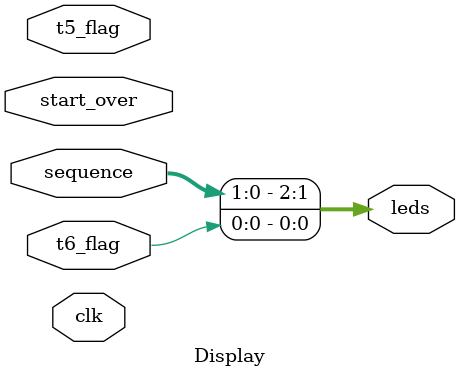
<source format=v>
`timescale 1ns / 1ps

module Display(
input clk,
input start_over,
input t5_flag,
input t6_flag,
output [2:0] leds,
input [1:0] sequence
);

reg debug_light;
reg [1:0] lights;

always@(posedge clk)begin
     if(t5_flag == 1) lights <= 0;
     else if (~t6_flag) lights <= sequence;
end

assign leds [2:1] = sequence;
assign leds [0] = t6_flag;

endmodule
</source>
